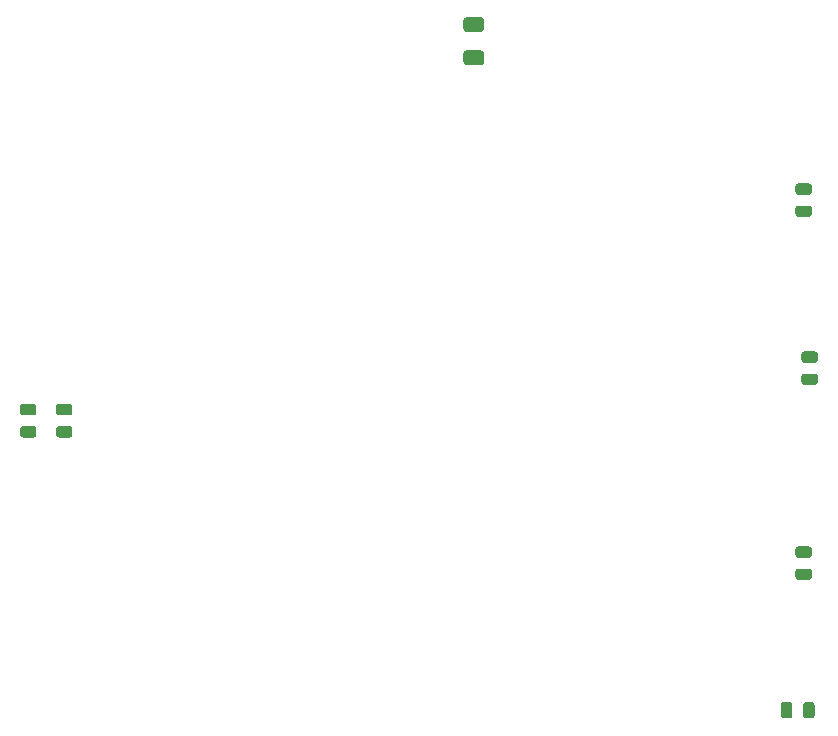
<source format=gbr>
%TF.GenerationSoftware,KiCad,Pcbnew,(5.1.8)-1*%
%TF.CreationDate,2022-01-24T15:12:58-08:00*%
%TF.ProjectId,BLE-33_baseboard,424c452d-3333-45f6-9261-7365626f6172,rev?*%
%TF.SameCoordinates,Original*%
%TF.FileFunction,Paste,Top*%
%TF.FilePolarity,Positive*%
%FSLAX46Y46*%
G04 Gerber Fmt 4.6, Leading zero omitted, Abs format (unit mm)*
G04 Created by KiCad (PCBNEW (5.1.8)-1) date 2022-01-24 15:12:58*
%MOMM*%
%LPD*%
G01*
G04 APERTURE LIST*
G04 APERTURE END LIST*
%TO.C,F7*%
G36*
G01*
X102945250Y-90863000D02*
X102032750Y-90863000D01*
G75*
G02*
X101789000Y-90619250I0J243750D01*
G01*
X101789000Y-90131750D01*
G75*
G02*
X102032750Y-89888000I243750J0D01*
G01*
X102945250Y-89888000D01*
G75*
G02*
X103189000Y-90131750I0J-243750D01*
G01*
X103189000Y-90619250D01*
G75*
G02*
X102945250Y-90863000I-243750J0D01*
G01*
G37*
G36*
G01*
X102945250Y-92738000D02*
X102032750Y-92738000D01*
G75*
G02*
X101789000Y-92494250I0J243750D01*
G01*
X101789000Y-92006750D01*
G75*
G02*
X102032750Y-91763000I243750J0D01*
G01*
X102945250Y-91763000D01*
G75*
G02*
X103189000Y-92006750I0J-243750D01*
G01*
X103189000Y-92494250D01*
G75*
G02*
X102945250Y-92738000I-243750J0D01*
G01*
G37*
%TD*%
%TO.C,F6*%
G36*
G01*
X105993250Y-90863000D02*
X105080750Y-90863000D01*
G75*
G02*
X104837000Y-90619250I0J243750D01*
G01*
X104837000Y-90131750D01*
G75*
G02*
X105080750Y-89888000I243750J0D01*
G01*
X105993250Y-89888000D01*
G75*
G02*
X106237000Y-90131750I0J-243750D01*
G01*
X106237000Y-90619250D01*
G75*
G02*
X105993250Y-90863000I-243750J0D01*
G01*
G37*
G36*
G01*
X105993250Y-92738000D02*
X105080750Y-92738000D01*
G75*
G02*
X104837000Y-92494250I0J243750D01*
G01*
X104837000Y-92006750D01*
G75*
G02*
X105080750Y-91763000I243750J0D01*
G01*
X105993250Y-91763000D01*
G75*
G02*
X106237000Y-92006750I0J-243750D01*
G01*
X106237000Y-92494250D01*
G75*
G02*
X105993250Y-92738000I-243750J0D01*
G01*
G37*
%TD*%
%TO.C,F5*%
G36*
G01*
X168090000Y-116280250D02*
X168090000Y-115367750D01*
G75*
G02*
X168333750Y-115124000I243750J0D01*
G01*
X168821250Y-115124000D01*
G75*
G02*
X169065000Y-115367750I0J-243750D01*
G01*
X169065000Y-116280250D01*
G75*
G02*
X168821250Y-116524000I-243750J0D01*
G01*
X168333750Y-116524000D01*
G75*
G02*
X168090000Y-116280250I0J243750D01*
G01*
G37*
G36*
G01*
X166215000Y-116280250D02*
X166215000Y-115367750D01*
G75*
G02*
X166458750Y-115124000I243750J0D01*
G01*
X166946250Y-115124000D01*
G75*
G02*
X167190000Y-115367750I0J-243750D01*
G01*
X167190000Y-116280250D01*
G75*
G02*
X166946250Y-116524000I-243750J0D01*
G01*
X166458750Y-116524000D01*
G75*
G02*
X166215000Y-116280250I0J243750D01*
G01*
G37*
%TD*%
%TO.C,F4*%
G36*
G01*
X167691750Y-103828000D02*
X168604250Y-103828000D01*
G75*
G02*
X168848000Y-104071750I0J-243750D01*
G01*
X168848000Y-104559250D01*
G75*
G02*
X168604250Y-104803000I-243750J0D01*
G01*
X167691750Y-104803000D01*
G75*
G02*
X167448000Y-104559250I0J243750D01*
G01*
X167448000Y-104071750D01*
G75*
G02*
X167691750Y-103828000I243750J0D01*
G01*
G37*
G36*
G01*
X167691750Y-101953000D02*
X168604250Y-101953000D01*
G75*
G02*
X168848000Y-102196750I0J-243750D01*
G01*
X168848000Y-102684250D01*
G75*
G02*
X168604250Y-102928000I-243750J0D01*
G01*
X167691750Y-102928000D01*
G75*
G02*
X167448000Y-102684250I0J243750D01*
G01*
X167448000Y-102196750D01*
G75*
G02*
X167691750Y-101953000I243750J0D01*
G01*
G37*
%TD*%
%TO.C,F3*%
G36*
G01*
X168199750Y-87318000D02*
X169112250Y-87318000D01*
G75*
G02*
X169356000Y-87561750I0J-243750D01*
G01*
X169356000Y-88049250D01*
G75*
G02*
X169112250Y-88293000I-243750J0D01*
G01*
X168199750Y-88293000D01*
G75*
G02*
X167956000Y-88049250I0J243750D01*
G01*
X167956000Y-87561750D01*
G75*
G02*
X168199750Y-87318000I243750J0D01*
G01*
G37*
G36*
G01*
X168199750Y-85443000D02*
X169112250Y-85443000D01*
G75*
G02*
X169356000Y-85686750I0J-243750D01*
G01*
X169356000Y-86174250D01*
G75*
G02*
X169112250Y-86418000I-243750J0D01*
G01*
X168199750Y-86418000D01*
G75*
G02*
X167956000Y-86174250I0J243750D01*
G01*
X167956000Y-85686750D01*
G75*
G02*
X168199750Y-85443000I243750J0D01*
G01*
G37*
%TD*%
%TO.C,F2*%
G36*
G01*
X168604250Y-72194000D02*
X167691750Y-72194000D01*
G75*
G02*
X167448000Y-71950250I0J243750D01*
G01*
X167448000Y-71462750D01*
G75*
G02*
X167691750Y-71219000I243750J0D01*
G01*
X168604250Y-71219000D01*
G75*
G02*
X168848000Y-71462750I0J-243750D01*
G01*
X168848000Y-71950250D01*
G75*
G02*
X168604250Y-72194000I-243750J0D01*
G01*
G37*
G36*
G01*
X168604250Y-74069000D02*
X167691750Y-74069000D01*
G75*
G02*
X167448000Y-73825250I0J243750D01*
G01*
X167448000Y-73337750D01*
G75*
G02*
X167691750Y-73094000I243750J0D01*
G01*
X168604250Y-73094000D01*
G75*
G02*
X168848000Y-73337750I0J-243750D01*
G01*
X168848000Y-73825250D01*
G75*
G02*
X168604250Y-74069000I-243750J0D01*
G01*
G37*
%TD*%
%TO.C,F1*%
G36*
G01*
X140833000Y-58407000D02*
X139583000Y-58407000D01*
G75*
G02*
X139333000Y-58157000I0J250000D01*
G01*
X139333000Y-57407000D01*
G75*
G02*
X139583000Y-57157000I250000J0D01*
G01*
X140833000Y-57157000D01*
G75*
G02*
X141083000Y-57407000I0J-250000D01*
G01*
X141083000Y-58157000D01*
G75*
G02*
X140833000Y-58407000I-250000J0D01*
G01*
G37*
G36*
G01*
X140833000Y-61207000D02*
X139583000Y-61207000D01*
G75*
G02*
X139333000Y-60957000I0J250000D01*
G01*
X139333000Y-60207000D01*
G75*
G02*
X139583000Y-59957000I250000J0D01*
G01*
X140833000Y-59957000D01*
G75*
G02*
X141083000Y-60207000I0J-250000D01*
G01*
X141083000Y-60957000D01*
G75*
G02*
X140833000Y-61207000I-250000J0D01*
G01*
G37*
%TD*%
M02*

</source>
